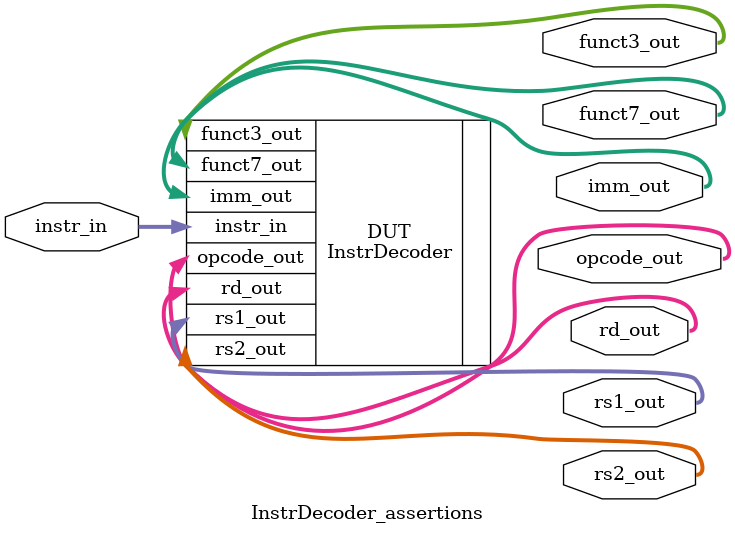
<source format=sv>
module InstrDecoder_assertions(
   input    logic [31:0]   instr_in,
   
   output   logic [6:0]    opcode_out,
   output   logic [4:0]    rs1_out,
   output   logic [4:0]    rs2_out,
   output   logic [4:0]    rd_out,
   output   logic [11:0]   imm_out,
   output   logic [2:0]    funct3_out,
   output   logic [6:0]    funct7_out
);

   // Instance of the DUT (Device Under Test)
   InstrDecoder DUT (.instr_in, .opcode_out, .rs1_out, .rs2_out, .rd_out, .imm_out, .funct3_out, .funct7_out);
   
   // Assertion to ensure opcode is correct
   always_comb begin
      assert(opcode_out == instr_in[6:0]);
   end

   // Assertions for each type of instruction
   always_comb begin
      unique case (instr_in[6:0])
         7'b0000011: begin // I-TYPE
             assert(rd_out == instr_in[11:7]);
             assert(funct3_out == instr_in[14:12]);
             assert(rs1_out == instr_in[19:15]);
             assert(imm_out == instr_in[31:20]);
         end

         7'b0100011: begin // S-TYPE
             assert(rs1_out == instr_in[19:15]);
             assert(rs2_out == instr_in[24:20]);
             assert(funct3_out == instr_in[14:12]);
             assert(imm_out[4:0] == instr_in[11:7]);
             assert(imm_out[11:5] == instr_in[31:25]);
         end

         7'b0110011: begin // R-TYPE
             assert(rd_out == instr_in[11:7]);
             assert(rs1_out == instr_in[19:15]);
             assert(rs2_out == instr_in[24:20]);
             assert(funct3_out == instr_in[14:12]);
             assert(funct7_out == instr_in[31:25]);
         end

         7'b1100011: begin // B-TYPE
             assert(rs1_out == instr_in[19:15]);
             assert(rs2_out == instr_in[24:20]);
             assert(funct3_out == instr_in[14:12]);
             assert(imm_out[3:0] == instr_in[11:8]);
             assert(imm_out[9:4] == instr_in[30:25]);
             assert(imm_out[10] == instr_in[7]);
             assert(imm_out[11] == instr_in[31]);
         end

         default: begin
             // No assertions for unsupported opcodes
         end
     endcase
   end

endmodule

</source>
